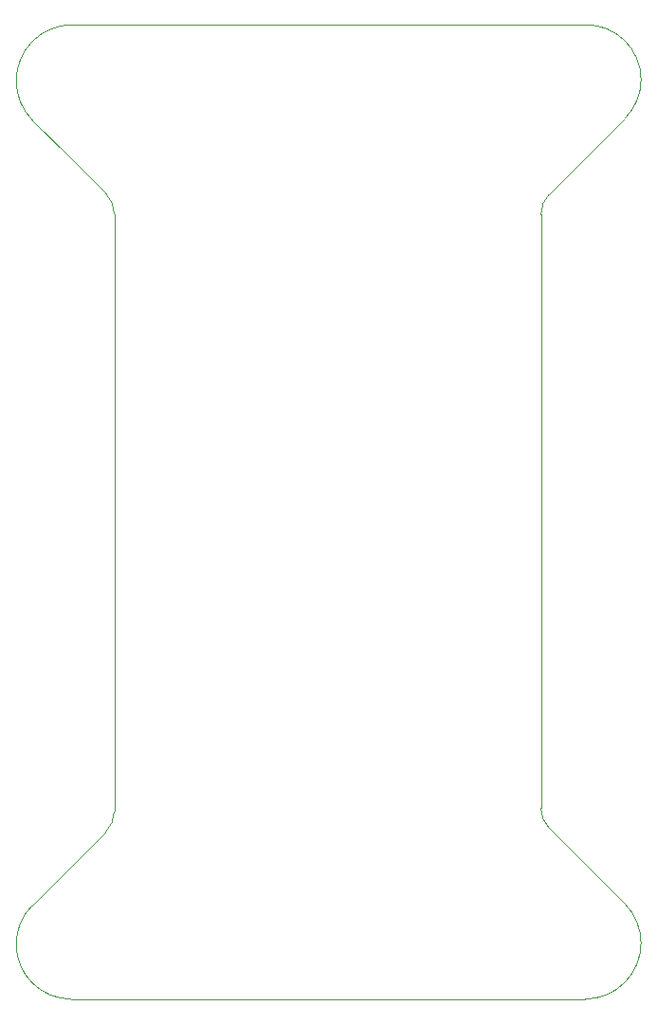
<source format=gbr>
%TF.GenerationSoftware,KiCad,Pcbnew,8.0.6*%
%TF.CreationDate,2025-02-23T20:14:06-07:00*%
%TF.ProjectId,Dash Indicators (Right),44617368-2049-46e6-9469-6361746f7273,rev?*%
%TF.SameCoordinates,Original*%
%TF.FileFunction,Profile,NP*%
%FSLAX46Y46*%
G04 Gerber Fmt 4.6, Leading zero omitted, Abs format (unit mm)*
G04 Created by KiCad (PCBNEW 8.0.6) date 2025-02-23 20:14:06*
%MOMM*%
%LPD*%
G01*
G04 APERTURE LIST*
%TA.AperFunction,Profile*%
%ADD10C,0.050000*%
%TD*%
%TA.AperFunction,Profile*%
%ADD11C,0.100000*%
%TD*%
G04 APERTURE END LIST*
D10*
X73099999Y-40170049D02*
G75*
G02*
X73857975Y-42000000I-1829999J-1829951D01*
G01*
X66564466Y-33634514D02*
X69900000Y-36970048D01*
X120901020Y-30000000D02*
G75*
G02*
X119465544Y-33465544I-4901020J0D01*
G01*
X66564466Y-33634514D02*
G75*
G02*
X65100014Y-30098980I3535534J3535514D01*
G01*
X73857990Y-95275000D02*
X73845584Y-95367912D01*
X69900000Y-100367912D02*
X73100000Y-97167912D01*
X73845584Y-95367912D02*
G75*
G02*
X73099994Y-97167906I-2545584J12D01*
G01*
D11*
X120900000Y-107100000D02*
G75*
G02*
X115900000Y-112100000I-5000000J0D01*
G01*
D10*
X119435534Y-103564466D02*
G75*
G02*
X120900000Y-107100000I-3535534J-3535534D01*
G01*
X119465544Y-33465544D02*
X115900000Y-37031088D01*
X111954416Y-95028932D02*
X111954416Y-42031088D01*
X115900000Y-37031088D02*
X112700000Y-40231088D01*
X69900000Y-36970048D02*
X73100000Y-40170048D01*
X111954416Y-42031088D02*
G75*
G02*
X112700006Y-40231094I2545584J-12D01*
G01*
X73857990Y-42000000D02*
X73857990Y-95275000D01*
X70000000Y-112100000D02*
X115900000Y-112100000D01*
X65098980Y-107198980D02*
G75*
G02*
X66534456Y-103733456I4901020J-20D01*
G01*
X70000000Y-112100000D02*
G75*
G02*
X65099000Y-107198980I0J4901000D01*
G01*
X115971068Y-100100000D02*
X112700000Y-96828932D01*
X119435534Y-103564466D02*
X115971068Y-100100000D01*
X66534456Y-103733456D02*
X69900000Y-100367912D01*
X116000000Y-25098980D02*
X70100000Y-25098980D01*
X112700000Y-96828932D02*
G75*
G02*
X111954393Y-95028932I1800000J1800032D01*
G01*
D11*
X65100000Y-30098980D02*
G75*
G02*
X70100000Y-25098980I5000000J0D01*
G01*
D10*
X116000000Y-25098980D02*
G75*
G02*
X120901020Y-30000000I0J-4901020D01*
G01*
M02*

</source>
